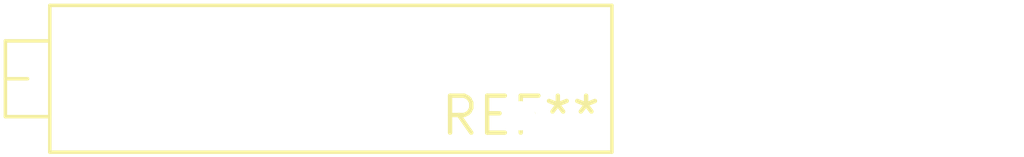
<source format=kicad_pcb>
(kicad_pcb (version 20240108) (generator pcbnew)
  (layers (0 "F.Cu" signal) (31 "B.Cu" signal) (34 "B.Paste" user) (35 "F.Paste" user) (36 "B.SilkS" user "B.Silkscreen") (37 "F.SilkS" user "F.Silkscreen") (38 "B.Mask" user) (39 "F.Mask" user) (44 "Edge.Cuts" user))
  (net 0 "")
  (footprint "Potentiometer_Vishay_43_Horizontal" (layer "F.Cu") (at 0 0)
    (property "Reference" "REF**")
    (property "Value" "Potentiometer_Vishay_43_Horizontal")
    (fp_line (start -17.64 -2.57) (end -17.64 0.03) (layer "F.SilkS") (stroke (width 0.12)))
    (fp_line (start -17.64 -2.57) (end -16.121 -2.57) (layer "F.SilkS") (stroke (width 0.12)))
    (fp_line (start -17.64 -1.27) (end -16.881 -1.27) (layer "F.SilkS") (stroke (width 0.12)))
    (fp_line (start -17.64 0.03) (end -16.121 0.03) (layer "F.SilkS") (stroke (width 0.12)))
    (fp_line (start -16.121 -2.57) (end -16.121 0.03) (layer "F.SilkS") (stroke (width 0.12)))
    (fp_line (start -16.12 -3.79) (end -16.12 1.25) (layer "F.SilkS") (stroke (width 0.12)))
    (fp_line (start -16.12 -3.79) (end 3.12 -3.79) (layer "F.SilkS") (stroke (width 0.12)))
    (fp_line (start -16.12 1.25) (end 3.12 1.25) (layer "F.SilkS") (stroke (width 0.12)))
    (fp_line (start 3.12 -3.79) (end 3.12 1.25) (layer "F.SilkS") (stroke (width 0.12)))
    (pad "1" thru_hole circle (at 0 0) (size 1.8 1.8) (drill 1) (layers *.Cu *.Mask) (remove_unused_layers))
    (pad "2" thru_hole circle (at -7.62 -2.54) (size 1.8 1.8) (drill 1) (layers *.Cu *.Mask) (remove_unused_layers))
    (pad "3" thru_hole circle (at -12.7 0) (size 1.8 1.8) (drill 1) (layers *.Cu *.Mask) (remove_unused_layers))
  )
)
</source>
